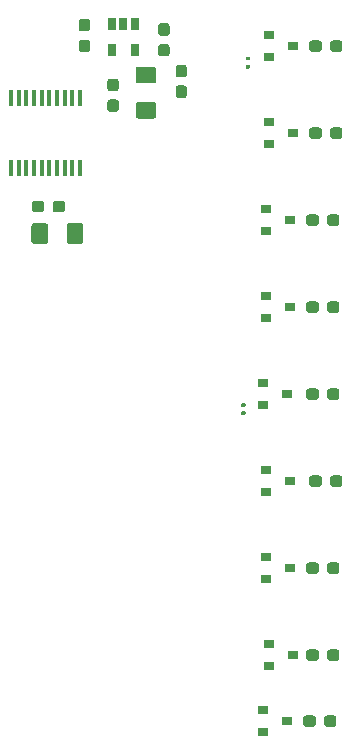
<source format=gbr>
G04 #@! TF.GenerationSoftware,KiCad,Pcbnew,(5.1.5-0-10_14)*
G04 #@! TF.CreationDate,2020-02-27T20:03:29-05:00*
G04 #@! TF.ProjectId,led_level_pcb,6c65645f-6c65-4766-956c-5f7063622e6b,rev?*
G04 #@! TF.SameCoordinates,Original*
G04 #@! TF.FileFunction,Paste,Top*
G04 #@! TF.FilePolarity,Positive*
%FSLAX46Y46*%
G04 Gerber Fmt 4.6, Leading zero omitted, Abs format (unit mm)*
G04 Created by KiCad (PCBNEW (5.1.5-0-10_14)) date 2020-02-27 20:03:29*
%MOMM*%
%LPD*%
G04 APERTURE LIST*
%ADD10C,0.100000*%
%ADD11R,0.650000X1.060000*%
%ADD12R,0.900000X0.800000*%
%ADD13R,0.450000X1.450000*%
G04 APERTURE END LIST*
D10*
G36*
X205175279Y-30005644D02*
G01*
X205198334Y-30009063D01*
X205220943Y-30014727D01*
X205242887Y-30022579D01*
X205263957Y-30032544D01*
X205283948Y-30044526D01*
X205302668Y-30058410D01*
X205319938Y-30074062D01*
X205335590Y-30091332D01*
X205349474Y-30110052D01*
X205361456Y-30130043D01*
X205371421Y-30151113D01*
X205379273Y-30173057D01*
X205384937Y-30195666D01*
X205388356Y-30218721D01*
X205389500Y-30242000D01*
X205389500Y-30817000D01*
X205388356Y-30840279D01*
X205384937Y-30863334D01*
X205379273Y-30885943D01*
X205371421Y-30907887D01*
X205361456Y-30928957D01*
X205349474Y-30948948D01*
X205335590Y-30967668D01*
X205319938Y-30984938D01*
X205302668Y-31000590D01*
X205283948Y-31014474D01*
X205263957Y-31026456D01*
X205242887Y-31036421D01*
X205220943Y-31044273D01*
X205198334Y-31049937D01*
X205175279Y-31053356D01*
X205152000Y-31054500D01*
X204677000Y-31054500D01*
X204653721Y-31053356D01*
X204630666Y-31049937D01*
X204608057Y-31044273D01*
X204586113Y-31036421D01*
X204565043Y-31026456D01*
X204545052Y-31014474D01*
X204526332Y-31000590D01*
X204509062Y-30984938D01*
X204493410Y-30967668D01*
X204479526Y-30948948D01*
X204467544Y-30928957D01*
X204457579Y-30907887D01*
X204449727Y-30885943D01*
X204444063Y-30863334D01*
X204440644Y-30840279D01*
X204439500Y-30817000D01*
X204439500Y-30242000D01*
X204440644Y-30218721D01*
X204444063Y-30195666D01*
X204449727Y-30173057D01*
X204457579Y-30151113D01*
X204467544Y-30130043D01*
X204479526Y-30110052D01*
X204493410Y-30091332D01*
X204509062Y-30074062D01*
X204526332Y-30058410D01*
X204545052Y-30044526D01*
X204565043Y-30032544D01*
X204586113Y-30022579D01*
X204608057Y-30014727D01*
X204630666Y-30009063D01*
X204653721Y-30005644D01*
X204677000Y-30004500D01*
X205152000Y-30004500D01*
X205175279Y-30005644D01*
G37*
G36*
X205175279Y-28255644D02*
G01*
X205198334Y-28259063D01*
X205220943Y-28264727D01*
X205242887Y-28272579D01*
X205263957Y-28282544D01*
X205283948Y-28294526D01*
X205302668Y-28308410D01*
X205319938Y-28324062D01*
X205335590Y-28341332D01*
X205349474Y-28360052D01*
X205361456Y-28380043D01*
X205371421Y-28401113D01*
X205379273Y-28423057D01*
X205384937Y-28445666D01*
X205388356Y-28468721D01*
X205389500Y-28492000D01*
X205389500Y-29067000D01*
X205388356Y-29090279D01*
X205384937Y-29113334D01*
X205379273Y-29135943D01*
X205371421Y-29157887D01*
X205361456Y-29178957D01*
X205349474Y-29198948D01*
X205335590Y-29217668D01*
X205319938Y-29234938D01*
X205302668Y-29250590D01*
X205283948Y-29264474D01*
X205263957Y-29276456D01*
X205242887Y-29286421D01*
X205220943Y-29294273D01*
X205198334Y-29299937D01*
X205175279Y-29303356D01*
X205152000Y-29304500D01*
X204677000Y-29304500D01*
X204653721Y-29303356D01*
X204630666Y-29299937D01*
X204608057Y-29294273D01*
X204586113Y-29286421D01*
X204565043Y-29276456D01*
X204545052Y-29264474D01*
X204526332Y-29250590D01*
X204509062Y-29234938D01*
X204493410Y-29217668D01*
X204479526Y-29198948D01*
X204467544Y-29178957D01*
X204457579Y-29157887D01*
X204449727Y-29135943D01*
X204444063Y-29113334D01*
X204440644Y-29090279D01*
X204439500Y-29067000D01*
X204439500Y-28492000D01*
X204440644Y-28468721D01*
X204444063Y-28445666D01*
X204449727Y-28423057D01*
X204457579Y-28401113D01*
X204467544Y-28380043D01*
X204479526Y-28360052D01*
X204493410Y-28341332D01*
X204509062Y-28324062D01*
X204526332Y-28308410D01*
X204545052Y-28294526D01*
X204565043Y-28282544D01*
X204586113Y-28272579D01*
X204608057Y-28264727D01*
X204630666Y-28259063D01*
X204653721Y-28255644D01*
X204677000Y-28254500D01*
X205152000Y-28254500D01*
X205175279Y-28255644D01*
G37*
G36*
X217847779Y-83346144D02*
G01*
X217870834Y-83349563D01*
X217893443Y-83355227D01*
X217915387Y-83363079D01*
X217936457Y-83373044D01*
X217956448Y-83385026D01*
X217975168Y-83398910D01*
X217992438Y-83414562D01*
X218008090Y-83431832D01*
X218021974Y-83450552D01*
X218033956Y-83470543D01*
X218043921Y-83491613D01*
X218051773Y-83513557D01*
X218057437Y-83536166D01*
X218060856Y-83559221D01*
X218062000Y-83582500D01*
X218062000Y-84057500D01*
X218060856Y-84080779D01*
X218057437Y-84103834D01*
X218051773Y-84126443D01*
X218043921Y-84148387D01*
X218033956Y-84169457D01*
X218021974Y-84189448D01*
X218008090Y-84208168D01*
X217992438Y-84225438D01*
X217975168Y-84241090D01*
X217956448Y-84254974D01*
X217936457Y-84266956D01*
X217915387Y-84276921D01*
X217893443Y-84284773D01*
X217870834Y-84290437D01*
X217847779Y-84293856D01*
X217824500Y-84295000D01*
X217249500Y-84295000D01*
X217226221Y-84293856D01*
X217203166Y-84290437D01*
X217180557Y-84284773D01*
X217158613Y-84276921D01*
X217137543Y-84266956D01*
X217117552Y-84254974D01*
X217098832Y-84241090D01*
X217081562Y-84225438D01*
X217065910Y-84208168D01*
X217052026Y-84189448D01*
X217040044Y-84169457D01*
X217030079Y-84148387D01*
X217022227Y-84126443D01*
X217016563Y-84103834D01*
X217013144Y-84080779D01*
X217012000Y-84057500D01*
X217012000Y-83582500D01*
X217013144Y-83559221D01*
X217016563Y-83536166D01*
X217022227Y-83513557D01*
X217030079Y-83491613D01*
X217040044Y-83470543D01*
X217052026Y-83450552D01*
X217065910Y-83431832D01*
X217081562Y-83414562D01*
X217098832Y-83398910D01*
X217117552Y-83385026D01*
X217137543Y-83373044D01*
X217158613Y-83363079D01*
X217180557Y-83355227D01*
X217203166Y-83349563D01*
X217226221Y-83346144D01*
X217249500Y-83345000D01*
X217824500Y-83345000D01*
X217847779Y-83346144D01*
G37*
G36*
X216097779Y-83346144D02*
G01*
X216120834Y-83349563D01*
X216143443Y-83355227D01*
X216165387Y-83363079D01*
X216186457Y-83373044D01*
X216206448Y-83385026D01*
X216225168Y-83398910D01*
X216242438Y-83414562D01*
X216258090Y-83431832D01*
X216271974Y-83450552D01*
X216283956Y-83470543D01*
X216293921Y-83491613D01*
X216301773Y-83513557D01*
X216307437Y-83536166D01*
X216310856Y-83559221D01*
X216312000Y-83582500D01*
X216312000Y-84057500D01*
X216310856Y-84080779D01*
X216307437Y-84103834D01*
X216301773Y-84126443D01*
X216293921Y-84148387D01*
X216283956Y-84169457D01*
X216271974Y-84189448D01*
X216258090Y-84208168D01*
X216242438Y-84225438D01*
X216225168Y-84241090D01*
X216206448Y-84254974D01*
X216186457Y-84266956D01*
X216165387Y-84276921D01*
X216143443Y-84284773D01*
X216120834Y-84290437D01*
X216097779Y-84293856D01*
X216074500Y-84295000D01*
X215499500Y-84295000D01*
X215476221Y-84293856D01*
X215453166Y-84290437D01*
X215430557Y-84284773D01*
X215408613Y-84276921D01*
X215387543Y-84266956D01*
X215367552Y-84254974D01*
X215348832Y-84241090D01*
X215331562Y-84225438D01*
X215315910Y-84208168D01*
X215302026Y-84189448D01*
X215290044Y-84169457D01*
X215280079Y-84148387D01*
X215272227Y-84126443D01*
X215266563Y-84103834D01*
X215263144Y-84080779D01*
X215262000Y-84057500D01*
X215262000Y-83582500D01*
X215263144Y-83559221D01*
X215266563Y-83536166D01*
X215272227Y-83513557D01*
X215280079Y-83491613D01*
X215290044Y-83470543D01*
X215302026Y-83450552D01*
X215315910Y-83431832D01*
X215331562Y-83414562D01*
X215348832Y-83398910D01*
X215367552Y-83385026D01*
X215387543Y-83373044D01*
X215408613Y-83363079D01*
X215430557Y-83355227D01*
X215453166Y-83349563D01*
X215476221Y-83346144D01*
X215499500Y-83345000D01*
X216074500Y-83345000D01*
X216097779Y-83346144D01*
G37*
G36*
X218101779Y-77758144D02*
G01*
X218124834Y-77761563D01*
X218147443Y-77767227D01*
X218169387Y-77775079D01*
X218190457Y-77785044D01*
X218210448Y-77797026D01*
X218229168Y-77810910D01*
X218246438Y-77826562D01*
X218262090Y-77843832D01*
X218275974Y-77862552D01*
X218287956Y-77882543D01*
X218297921Y-77903613D01*
X218305773Y-77925557D01*
X218311437Y-77948166D01*
X218314856Y-77971221D01*
X218316000Y-77994500D01*
X218316000Y-78469500D01*
X218314856Y-78492779D01*
X218311437Y-78515834D01*
X218305773Y-78538443D01*
X218297921Y-78560387D01*
X218287956Y-78581457D01*
X218275974Y-78601448D01*
X218262090Y-78620168D01*
X218246438Y-78637438D01*
X218229168Y-78653090D01*
X218210448Y-78666974D01*
X218190457Y-78678956D01*
X218169387Y-78688921D01*
X218147443Y-78696773D01*
X218124834Y-78702437D01*
X218101779Y-78705856D01*
X218078500Y-78707000D01*
X217503500Y-78707000D01*
X217480221Y-78705856D01*
X217457166Y-78702437D01*
X217434557Y-78696773D01*
X217412613Y-78688921D01*
X217391543Y-78678956D01*
X217371552Y-78666974D01*
X217352832Y-78653090D01*
X217335562Y-78637438D01*
X217319910Y-78620168D01*
X217306026Y-78601448D01*
X217294044Y-78581457D01*
X217284079Y-78560387D01*
X217276227Y-78538443D01*
X217270563Y-78515834D01*
X217267144Y-78492779D01*
X217266000Y-78469500D01*
X217266000Y-77994500D01*
X217267144Y-77971221D01*
X217270563Y-77948166D01*
X217276227Y-77925557D01*
X217284079Y-77903613D01*
X217294044Y-77882543D01*
X217306026Y-77862552D01*
X217319910Y-77843832D01*
X217335562Y-77826562D01*
X217352832Y-77810910D01*
X217371552Y-77797026D01*
X217391543Y-77785044D01*
X217412613Y-77775079D01*
X217434557Y-77767227D01*
X217457166Y-77761563D01*
X217480221Y-77758144D01*
X217503500Y-77757000D01*
X218078500Y-77757000D01*
X218101779Y-77758144D01*
G37*
G36*
X216351779Y-77758144D02*
G01*
X216374834Y-77761563D01*
X216397443Y-77767227D01*
X216419387Y-77775079D01*
X216440457Y-77785044D01*
X216460448Y-77797026D01*
X216479168Y-77810910D01*
X216496438Y-77826562D01*
X216512090Y-77843832D01*
X216525974Y-77862552D01*
X216537956Y-77882543D01*
X216547921Y-77903613D01*
X216555773Y-77925557D01*
X216561437Y-77948166D01*
X216564856Y-77971221D01*
X216566000Y-77994500D01*
X216566000Y-78469500D01*
X216564856Y-78492779D01*
X216561437Y-78515834D01*
X216555773Y-78538443D01*
X216547921Y-78560387D01*
X216537956Y-78581457D01*
X216525974Y-78601448D01*
X216512090Y-78620168D01*
X216496438Y-78637438D01*
X216479168Y-78653090D01*
X216460448Y-78666974D01*
X216440457Y-78678956D01*
X216419387Y-78688921D01*
X216397443Y-78696773D01*
X216374834Y-78702437D01*
X216351779Y-78705856D01*
X216328500Y-78707000D01*
X215753500Y-78707000D01*
X215730221Y-78705856D01*
X215707166Y-78702437D01*
X215684557Y-78696773D01*
X215662613Y-78688921D01*
X215641543Y-78678956D01*
X215621552Y-78666974D01*
X215602832Y-78653090D01*
X215585562Y-78637438D01*
X215569910Y-78620168D01*
X215556026Y-78601448D01*
X215544044Y-78581457D01*
X215534079Y-78560387D01*
X215526227Y-78538443D01*
X215520563Y-78515834D01*
X215517144Y-78492779D01*
X215516000Y-78469500D01*
X215516000Y-77994500D01*
X215517144Y-77971221D01*
X215520563Y-77948166D01*
X215526227Y-77925557D01*
X215534079Y-77903613D01*
X215544044Y-77882543D01*
X215556026Y-77862552D01*
X215569910Y-77843832D01*
X215585562Y-77826562D01*
X215602832Y-77810910D01*
X215621552Y-77797026D01*
X215641543Y-77785044D01*
X215662613Y-77775079D01*
X215684557Y-77767227D01*
X215707166Y-77761563D01*
X215730221Y-77758144D01*
X215753500Y-77757000D01*
X216328500Y-77757000D01*
X216351779Y-77758144D01*
G37*
G36*
X218101779Y-70392144D02*
G01*
X218124834Y-70395563D01*
X218147443Y-70401227D01*
X218169387Y-70409079D01*
X218190457Y-70419044D01*
X218210448Y-70431026D01*
X218229168Y-70444910D01*
X218246438Y-70460562D01*
X218262090Y-70477832D01*
X218275974Y-70496552D01*
X218287956Y-70516543D01*
X218297921Y-70537613D01*
X218305773Y-70559557D01*
X218311437Y-70582166D01*
X218314856Y-70605221D01*
X218316000Y-70628500D01*
X218316000Y-71103500D01*
X218314856Y-71126779D01*
X218311437Y-71149834D01*
X218305773Y-71172443D01*
X218297921Y-71194387D01*
X218287956Y-71215457D01*
X218275974Y-71235448D01*
X218262090Y-71254168D01*
X218246438Y-71271438D01*
X218229168Y-71287090D01*
X218210448Y-71300974D01*
X218190457Y-71312956D01*
X218169387Y-71322921D01*
X218147443Y-71330773D01*
X218124834Y-71336437D01*
X218101779Y-71339856D01*
X218078500Y-71341000D01*
X217503500Y-71341000D01*
X217480221Y-71339856D01*
X217457166Y-71336437D01*
X217434557Y-71330773D01*
X217412613Y-71322921D01*
X217391543Y-71312956D01*
X217371552Y-71300974D01*
X217352832Y-71287090D01*
X217335562Y-71271438D01*
X217319910Y-71254168D01*
X217306026Y-71235448D01*
X217294044Y-71215457D01*
X217284079Y-71194387D01*
X217276227Y-71172443D01*
X217270563Y-71149834D01*
X217267144Y-71126779D01*
X217266000Y-71103500D01*
X217266000Y-70628500D01*
X217267144Y-70605221D01*
X217270563Y-70582166D01*
X217276227Y-70559557D01*
X217284079Y-70537613D01*
X217294044Y-70516543D01*
X217306026Y-70496552D01*
X217319910Y-70477832D01*
X217335562Y-70460562D01*
X217352832Y-70444910D01*
X217371552Y-70431026D01*
X217391543Y-70419044D01*
X217412613Y-70409079D01*
X217434557Y-70401227D01*
X217457166Y-70395563D01*
X217480221Y-70392144D01*
X217503500Y-70391000D01*
X218078500Y-70391000D01*
X218101779Y-70392144D01*
G37*
G36*
X216351779Y-70392144D02*
G01*
X216374834Y-70395563D01*
X216397443Y-70401227D01*
X216419387Y-70409079D01*
X216440457Y-70419044D01*
X216460448Y-70431026D01*
X216479168Y-70444910D01*
X216496438Y-70460562D01*
X216512090Y-70477832D01*
X216525974Y-70496552D01*
X216537956Y-70516543D01*
X216547921Y-70537613D01*
X216555773Y-70559557D01*
X216561437Y-70582166D01*
X216564856Y-70605221D01*
X216566000Y-70628500D01*
X216566000Y-71103500D01*
X216564856Y-71126779D01*
X216561437Y-71149834D01*
X216555773Y-71172443D01*
X216547921Y-71194387D01*
X216537956Y-71215457D01*
X216525974Y-71235448D01*
X216512090Y-71254168D01*
X216496438Y-71271438D01*
X216479168Y-71287090D01*
X216460448Y-71300974D01*
X216440457Y-71312956D01*
X216419387Y-71322921D01*
X216397443Y-71330773D01*
X216374834Y-71336437D01*
X216351779Y-71339856D01*
X216328500Y-71341000D01*
X215753500Y-71341000D01*
X215730221Y-71339856D01*
X215707166Y-71336437D01*
X215684557Y-71330773D01*
X215662613Y-71322921D01*
X215641543Y-71312956D01*
X215621552Y-71300974D01*
X215602832Y-71287090D01*
X215585562Y-71271438D01*
X215569910Y-71254168D01*
X215556026Y-71235448D01*
X215544044Y-71215457D01*
X215534079Y-71194387D01*
X215526227Y-71172443D01*
X215520563Y-71149834D01*
X215517144Y-71126779D01*
X215516000Y-71103500D01*
X215516000Y-70628500D01*
X215517144Y-70605221D01*
X215520563Y-70582166D01*
X215526227Y-70559557D01*
X215534079Y-70537613D01*
X215544044Y-70516543D01*
X215556026Y-70496552D01*
X215569910Y-70477832D01*
X215585562Y-70460562D01*
X215602832Y-70444910D01*
X215621552Y-70431026D01*
X215641543Y-70419044D01*
X215662613Y-70409079D01*
X215684557Y-70401227D01*
X215707166Y-70395563D01*
X215730221Y-70392144D01*
X215753500Y-70391000D01*
X216328500Y-70391000D01*
X216351779Y-70392144D01*
G37*
G36*
X218355779Y-63026144D02*
G01*
X218378834Y-63029563D01*
X218401443Y-63035227D01*
X218423387Y-63043079D01*
X218444457Y-63053044D01*
X218464448Y-63065026D01*
X218483168Y-63078910D01*
X218500438Y-63094562D01*
X218516090Y-63111832D01*
X218529974Y-63130552D01*
X218541956Y-63150543D01*
X218551921Y-63171613D01*
X218559773Y-63193557D01*
X218565437Y-63216166D01*
X218568856Y-63239221D01*
X218570000Y-63262500D01*
X218570000Y-63737500D01*
X218568856Y-63760779D01*
X218565437Y-63783834D01*
X218559773Y-63806443D01*
X218551921Y-63828387D01*
X218541956Y-63849457D01*
X218529974Y-63869448D01*
X218516090Y-63888168D01*
X218500438Y-63905438D01*
X218483168Y-63921090D01*
X218464448Y-63934974D01*
X218444457Y-63946956D01*
X218423387Y-63956921D01*
X218401443Y-63964773D01*
X218378834Y-63970437D01*
X218355779Y-63973856D01*
X218332500Y-63975000D01*
X217757500Y-63975000D01*
X217734221Y-63973856D01*
X217711166Y-63970437D01*
X217688557Y-63964773D01*
X217666613Y-63956921D01*
X217645543Y-63946956D01*
X217625552Y-63934974D01*
X217606832Y-63921090D01*
X217589562Y-63905438D01*
X217573910Y-63888168D01*
X217560026Y-63869448D01*
X217548044Y-63849457D01*
X217538079Y-63828387D01*
X217530227Y-63806443D01*
X217524563Y-63783834D01*
X217521144Y-63760779D01*
X217520000Y-63737500D01*
X217520000Y-63262500D01*
X217521144Y-63239221D01*
X217524563Y-63216166D01*
X217530227Y-63193557D01*
X217538079Y-63171613D01*
X217548044Y-63150543D01*
X217560026Y-63130552D01*
X217573910Y-63111832D01*
X217589562Y-63094562D01*
X217606832Y-63078910D01*
X217625552Y-63065026D01*
X217645543Y-63053044D01*
X217666613Y-63043079D01*
X217688557Y-63035227D01*
X217711166Y-63029563D01*
X217734221Y-63026144D01*
X217757500Y-63025000D01*
X218332500Y-63025000D01*
X218355779Y-63026144D01*
G37*
G36*
X216605779Y-63026144D02*
G01*
X216628834Y-63029563D01*
X216651443Y-63035227D01*
X216673387Y-63043079D01*
X216694457Y-63053044D01*
X216714448Y-63065026D01*
X216733168Y-63078910D01*
X216750438Y-63094562D01*
X216766090Y-63111832D01*
X216779974Y-63130552D01*
X216791956Y-63150543D01*
X216801921Y-63171613D01*
X216809773Y-63193557D01*
X216815437Y-63216166D01*
X216818856Y-63239221D01*
X216820000Y-63262500D01*
X216820000Y-63737500D01*
X216818856Y-63760779D01*
X216815437Y-63783834D01*
X216809773Y-63806443D01*
X216801921Y-63828387D01*
X216791956Y-63849457D01*
X216779974Y-63869448D01*
X216766090Y-63888168D01*
X216750438Y-63905438D01*
X216733168Y-63921090D01*
X216714448Y-63934974D01*
X216694457Y-63946956D01*
X216673387Y-63956921D01*
X216651443Y-63964773D01*
X216628834Y-63970437D01*
X216605779Y-63973856D01*
X216582500Y-63975000D01*
X216007500Y-63975000D01*
X215984221Y-63973856D01*
X215961166Y-63970437D01*
X215938557Y-63964773D01*
X215916613Y-63956921D01*
X215895543Y-63946956D01*
X215875552Y-63934974D01*
X215856832Y-63921090D01*
X215839562Y-63905438D01*
X215823910Y-63888168D01*
X215810026Y-63869448D01*
X215798044Y-63849457D01*
X215788079Y-63828387D01*
X215780227Y-63806443D01*
X215774563Y-63783834D01*
X215771144Y-63760779D01*
X215770000Y-63737500D01*
X215770000Y-63262500D01*
X215771144Y-63239221D01*
X215774563Y-63216166D01*
X215780227Y-63193557D01*
X215788079Y-63171613D01*
X215798044Y-63150543D01*
X215810026Y-63130552D01*
X215823910Y-63111832D01*
X215839562Y-63094562D01*
X215856832Y-63078910D01*
X215875552Y-63065026D01*
X215895543Y-63053044D01*
X215916613Y-63043079D01*
X215938557Y-63035227D01*
X215961166Y-63029563D01*
X215984221Y-63026144D01*
X216007500Y-63025000D01*
X216582500Y-63025000D01*
X216605779Y-63026144D01*
G37*
G36*
X218101779Y-55660144D02*
G01*
X218124834Y-55663563D01*
X218147443Y-55669227D01*
X218169387Y-55677079D01*
X218190457Y-55687044D01*
X218210448Y-55699026D01*
X218229168Y-55712910D01*
X218246438Y-55728562D01*
X218262090Y-55745832D01*
X218275974Y-55764552D01*
X218287956Y-55784543D01*
X218297921Y-55805613D01*
X218305773Y-55827557D01*
X218311437Y-55850166D01*
X218314856Y-55873221D01*
X218316000Y-55896500D01*
X218316000Y-56371500D01*
X218314856Y-56394779D01*
X218311437Y-56417834D01*
X218305773Y-56440443D01*
X218297921Y-56462387D01*
X218287956Y-56483457D01*
X218275974Y-56503448D01*
X218262090Y-56522168D01*
X218246438Y-56539438D01*
X218229168Y-56555090D01*
X218210448Y-56568974D01*
X218190457Y-56580956D01*
X218169387Y-56590921D01*
X218147443Y-56598773D01*
X218124834Y-56604437D01*
X218101779Y-56607856D01*
X218078500Y-56609000D01*
X217503500Y-56609000D01*
X217480221Y-56607856D01*
X217457166Y-56604437D01*
X217434557Y-56598773D01*
X217412613Y-56590921D01*
X217391543Y-56580956D01*
X217371552Y-56568974D01*
X217352832Y-56555090D01*
X217335562Y-56539438D01*
X217319910Y-56522168D01*
X217306026Y-56503448D01*
X217294044Y-56483457D01*
X217284079Y-56462387D01*
X217276227Y-56440443D01*
X217270563Y-56417834D01*
X217267144Y-56394779D01*
X217266000Y-56371500D01*
X217266000Y-55896500D01*
X217267144Y-55873221D01*
X217270563Y-55850166D01*
X217276227Y-55827557D01*
X217284079Y-55805613D01*
X217294044Y-55784543D01*
X217306026Y-55764552D01*
X217319910Y-55745832D01*
X217335562Y-55728562D01*
X217352832Y-55712910D01*
X217371552Y-55699026D01*
X217391543Y-55687044D01*
X217412613Y-55677079D01*
X217434557Y-55669227D01*
X217457166Y-55663563D01*
X217480221Y-55660144D01*
X217503500Y-55659000D01*
X218078500Y-55659000D01*
X218101779Y-55660144D01*
G37*
G36*
X216351779Y-55660144D02*
G01*
X216374834Y-55663563D01*
X216397443Y-55669227D01*
X216419387Y-55677079D01*
X216440457Y-55687044D01*
X216460448Y-55699026D01*
X216479168Y-55712910D01*
X216496438Y-55728562D01*
X216512090Y-55745832D01*
X216525974Y-55764552D01*
X216537956Y-55784543D01*
X216547921Y-55805613D01*
X216555773Y-55827557D01*
X216561437Y-55850166D01*
X216564856Y-55873221D01*
X216566000Y-55896500D01*
X216566000Y-56371500D01*
X216564856Y-56394779D01*
X216561437Y-56417834D01*
X216555773Y-56440443D01*
X216547921Y-56462387D01*
X216537956Y-56483457D01*
X216525974Y-56503448D01*
X216512090Y-56522168D01*
X216496438Y-56539438D01*
X216479168Y-56555090D01*
X216460448Y-56568974D01*
X216440457Y-56580956D01*
X216419387Y-56590921D01*
X216397443Y-56598773D01*
X216374834Y-56604437D01*
X216351779Y-56607856D01*
X216328500Y-56609000D01*
X215753500Y-56609000D01*
X215730221Y-56607856D01*
X215707166Y-56604437D01*
X215684557Y-56598773D01*
X215662613Y-56590921D01*
X215641543Y-56580956D01*
X215621552Y-56568974D01*
X215602832Y-56555090D01*
X215585562Y-56539438D01*
X215569910Y-56522168D01*
X215556026Y-56503448D01*
X215544044Y-56483457D01*
X215534079Y-56462387D01*
X215526227Y-56440443D01*
X215520563Y-56417834D01*
X215517144Y-56394779D01*
X215516000Y-56371500D01*
X215516000Y-55896500D01*
X215517144Y-55873221D01*
X215520563Y-55850166D01*
X215526227Y-55827557D01*
X215534079Y-55805613D01*
X215544044Y-55784543D01*
X215556026Y-55764552D01*
X215569910Y-55745832D01*
X215585562Y-55728562D01*
X215602832Y-55712910D01*
X215621552Y-55699026D01*
X215641543Y-55687044D01*
X215662613Y-55677079D01*
X215684557Y-55669227D01*
X215707166Y-55663563D01*
X215730221Y-55660144D01*
X215753500Y-55659000D01*
X216328500Y-55659000D01*
X216351779Y-55660144D01*
G37*
G36*
X218101779Y-48294144D02*
G01*
X218124834Y-48297563D01*
X218147443Y-48303227D01*
X218169387Y-48311079D01*
X218190457Y-48321044D01*
X218210448Y-48333026D01*
X218229168Y-48346910D01*
X218246438Y-48362562D01*
X218262090Y-48379832D01*
X218275974Y-48398552D01*
X218287956Y-48418543D01*
X218297921Y-48439613D01*
X218305773Y-48461557D01*
X218311437Y-48484166D01*
X218314856Y-48507221D01*
X218316000Y-48530500D01*
X218316000Y-49005500D01*
X218314856Y-49028779D01*
X218311437Y-49051834D01*
X218305773Y-49074443D01*
X218297921Y-49096387D01*
X218287956Y-49117457D01*
X218275974Y-49137448D01*
X218262090Y-49156168D01*
X218246438Y-49173438D01*
X218229168Y-49189090D01*
X218210448Y-49202974D01*
X218190457Y-49214956D01*
X218169387Y-49224921D01*
X218147443Y-49232773D01*
X218124834Y-49238437D01*
X218101779Y-49241856D01*
X218078500Y-49243000D01*
X217503500Y-49243000D01*
X217480221Y-49241856D01*
X217457166Y-49238437D01*
X217434557Y-49232773D01*
X217412613Y-49224921D01*
X217391543Y-49214956D01*
X217371552Y-49202974D01*
X217352832Y-49189090D01*
X217335562Y-49173438D01*
X217319910Y-49156168D01*
X217306026Y-49137448D01*
X217294044Y-49117457D01*
X217284079Y-49096387D01*
X217276227Y-49074443D01*
X217270563Y-49051834D01*
X217267144Y-49028779D01*
X217266000Y-49005500D01*
X217266000Y-48530500D01*
X217267144Y-48507221D01*
X217270563Y-48484166D01*
X217276227Y-48461557D01*
X217284079Y-48439613D01*
X217294044Y-48418543D01*
X217306026Y-48398552D01*
X217319910Y-48379832D01*
X217335562Y-48362562D01*
X217352832Y-48346910D01*
X217371552Y-48333026D01*
X217391543Y-48321044D01*
X217412613Y-48311079D01*
X217434557Y-48303227D01*
X217457166Y-48297563D01*
X217480221Y-48294144D01*
X217503500Y-48293000D01*
X218078500Y-48293000D01*
X218101779Y-48294144D01*
G37*
G36*
X216351779Y-48294144D02*
G01*
X216374834Y-48297563D01*
X216397443Y-48303227D01*
X216419387Y-48311079D01*
X216440457Y-48321044D01*
X216460448Y-48333026D01*
X216479168Y-48346910D01*
X216496438Y-48362562D01*
X216512090Y-48379832D01*
X216525974Y-48398552D01*
X216537956Y-48418543D01*
X216547921Y-48439613D01*
X216555773Y-48461557D01*
X216561437Y-48484166D01*
X216564856Y-48507221D01*
X216566000Y-48530500D01*
X216566000Y-49005500D01*
X216564856Y-49028779D01*
X216561437Y-49051834D01*
X216555773Y-49074443D01*
X216547921Y-49096387D01*
X216537956Y-49117457D01*
X216525974Y-49137448D01*
X216512090Y-49156168D01*
X216496438Y-49173438D01*
X216479168Y-49189090D01*
X216460448Y-49202974D01*
X216440457Y-49214956D01*
X216419387Y-49224921D01*
X216397443Y-49232773D01*
X216374834Y-49238437D01*
X216351779Y-49241856D01*
X216328500Y-49243000D01*
X215753500Y-49243000D01*
X215730221Y-49241856D01*
X215707166Y-49238437D01*
X215684557Y-49232773D01*
X215662613Y-49224921D01*
X215641543Y-49214956D01*
X215621552Y-49202974D01*
X215602832Y-49189090D01*
X215585562Y-49173438D01*
X215569910Y-49156168D01*
X215556026Y-49137448D01*
X215544044Y-49117457D01*
X215534079Y-49096387D01*
X215526227Y-49074443D01*
X215520563Y-49051834D01*
X215517144Y-49028779D01*
X215516000Y-49005500D01*
X215516000Y-48530500D01*
X215517144Y-48507221D01*
X215520563Y-48484166D01*
X215526227Y-48461557D01*
X215534079Y-48439613D01*
X215544044Y-48418543D01*
X215556026Y-48398552D01*
X215569910Y-48379832D01*
X215585562Y-48362562D01*
X215602832Y-48346910D01*
X215621552Y-48333026D01*
X215641543Y-48321044D01*
X215662613Y-48311079D01*
X215684557Y-48303227D01*
X215707166Y-48297563D01*
X215730221Y-48294144D01*
X215753500Y-48293000D01*
X216328500Y-48293000D01*
X216351779Y-48294144D01*
G37*
G36*
X218101779Y-40928144D02*
G01*
X218124834Y-40931563D01*
X218147443Y-40937227D01*
X218169387Y-40945079D01*
X218190457Y-40955044D01*
X218210448Y-40967026D01*
X218229168Y-40980910D01*
X218246438Y-40996562D01*
X218262090Y-41013832D01*
X218275974Y-41032552D01*
X218287956Y-41052543D01*
X218297921Y-41073613D01*
X218305773Y-41095557D01*
X218311437Y-41118166D01*
X218314856Y-41141221D01*
X218316000Y-41164500D01*
X218316000Y-41639500D01*
X218314856Y-41662779D01*
X218311437Y-41685834D01*
X218305773Y-41708443D01*
X218297921Y-41730387D01*
X218287956Y-41751457D01*
X218275974Y-41771448D01*
X218262090Y-41790168D01*
X218246438Y-41807438D01*
X218229168Y-41823090D01*
X218210448Y-41836974D01*
X218190457Y-41848956D01*
X218169387Y-41858921D01*
X218147443Y-41866773D01*
X218124834Y-41872437D01*
X218101779Y-41875856D01*
X218078500Y-41877000D01*
X217503500Y-41877000D01*
X217480221Y-41875856D01*
X217457166Y-41872437D01*
X217434557Y-41866773D01*
X217412613Y-41858921D01*
X217391543Y-41848956D01*
X217371552Y-41836974D01*
X217352832Y-41823090D01*
X217335562Y-41807438D01*
X217319910Y-41790168D01*
X217306026Y-41771448D01*
X217294044Y-41751457D01*
X217284079Y-41730387D01*
X217276227Y-41708443D01*
X217270563Y-41685834D01*
X217267144Y-41662779D01*
X217266000Y-41639500D01*
X217266000Y-41164500D01*
X217267144Y-41141221D01*
X217270563Y-41118166D01*
X217276227Y-41095557D01*
X217284079Y-41073613D01*
X217294044Y-41052543D01*
X217306026Y-41032552D01*
X217319910Y-41013832D01*
X217335562Y-40996562D01*
X217352832Y-40980910D01*
X217371552Y-40967026D01*
X217391543Y-40955044D01*
X217412613Y-40945079D01*
X217434557Y-40937227D01*
X217457166Y-40931563D01*
X217480221Y-40928144D01*
X217503500Y-40927000D01*
X218078500Y-40927000D01*
X218101779Y-40928144D01*
G37*
G36*
X216351779Y-40928144D02*
G01*
X216374834Y-40931563D01*
X216397443Y-40937227D01*
X216419387Y-40945079D01*
X216440457Y-40955044D01*
X216460448Y-40967026D01*
X216479168Y-40980910D01*
X216496438Y-40996562D01*
X216512090Y-41013832D01*
X216525974Y-41032552D01*
X216537956Y-41052543D01*
X216547921Y-41073613D01*
X216555773Y-41095557D01*
X216561437Y-41118166D01*
X216564856Y-41141221D01*
X216566000Y-41164500D01*
X216566000Y-41639500D01*
X216564856Y-41662779D01*
X216561437Y-41685834D01*
X216555773Y-41708443D01*
X216547921Y-41730387D01*
X216537956Y-41751457D01*
X216525974Y-41771448D01*
X216512090Y-41790168D01*
X216496438Y-41807438D01*
X216479168Y-41823090D01*
X216460448Y-41836974D01*
X216440457Y-41848956D01*
X216419387Y-41858921D01*
X216397443Y-41866773D01*
X216374834Y-41872437D01*
X216351779Y-41875856D01*
X216328500Y-41877000D01*
X215753500Y-41877000D01*
X215730221Y-41875856D01*
X215707166Y-41872437D01*
X215684557Y-41866773D01*
X215662613Y-41858921D01*
X215641543Y-41848956D01*
X215621552Y-41836974D01*
X215602832Y-41823090D01*
X215585562Y-41807438D01*
X215569910Y-41790168D01*
X215556026Y-41771448D01*
X215544044Y-41751457D01*
X215534079Y-41730387D01*
X215526227Y-41708443D01*
X215520563Y-41685834D01*
X215517144Y-41662779D01*
X215516000Y-41639500D01*
X215516000Y-41164500D01*
X215517144Y-41141221D01*
X215520563Y-41118166D01*
X215526227Y-41095557D01*
X215534079Y-41073613D01*
X215544044Y-41052543D01*
X215556026Y-41032552D01*
X215569910Y-41013832D01*
X215585562Y-40996562D01*
X215602832Y-40980910D01*
X215621552Y-40967026D01*
X215641543Y-40955044D01*
X215662613Y-40945079D01*
X215684557Y-40937227D01*
X215707166Y-40931563D01*
X215730221Y-40928144D01*
X215753500Y-40927000D01*
X216328500Y-40927000D01*
X216351779Y-40928144D01*
G37*
G36*
X218355779Y-33562144D02*
G01*
X218378834Y-33565563D01*
X218401443Y-33571227D01*
X218423387Y-33579079D01*
X218444457Y-33589044D01*
X218464448Y-33601026D01*
X218483168Y-33614910D01*
X218500438Y-33630562D01*
X218516090Y-33647832D01*
X218529974Y-33666552D01*
X218541956Y-33686543D01*
X218551921Y-33707613D01*
X218559773Y-33729557D01*
X218565437Y-33752166D01*
X218568856Y-33775221D01*
X218570000Y-33798500D01*
X218570000Y-34273500D01*
X218568856Y-34296779D01*
X218565437Y-34319834D01*
X218559773Y-34342443D01*
X218551921Y-34364387D01*
X218541956Y-34385457D01*
X218529974Y-34405448D01*
X218516090Y-34424168D01*
X218500438Y-34441438D01*
X218483168Y-34457090D01*
X218464448Y-34470974D01*
X218444457Y-34482956D01*
X218423387Y-34492921D01*
X218401443Y-34500773D01*
X218378834Y-34506437D01*
X218355779Y-34509856D01*
X218332500Y-34511000D01*
X217757500Y-34511000D01*
X217734221Y-34509856D01*
X217711166Y-34506437D01*
X217688557Y-34500773D01*
X217666613Y-34492921D01*
X217645543Y-34482956D01*
X217625552Y-34470974D01*
X217606832Y-34457090D01*
X217589562Y-34441438D01*
X217573910Y-34424168D01*
X217560026Y-34405448D01*
X217548044Y-34385457D01*
X217538079Y-34364387D01*
X217530227Y-34342443D01*
X217524563Y-34319834D01*
X217521144Y-34296779D01*
X217520000Y-34273500D01*
X217520000Y-33798500D01*
X217521144Y-33775221D01*
X217524563Y-33752166D01*
X217530227Y-33729557D01*
X217538079Y-33707613D01*
X217548044Y-33686543D01*
X217560026Y-33666552D01*
X217573910Y-33647832D01*
X217589562Y-33630562D01*
X217606832Y-33614910D01*
X217625552Y-33601026D01*
X217645543Y-33589044D01*
X217666613Y-33579079D01*
X217688557Y-33571227D01*
X217711166Y-33565563D01*
X217734221Y-33562144D01*
X217757500Y-33561000D01*
X218332500Y-33561000D01*
X218355779Y-33562144D01*
G37*
G36*
X216605779Y-33562144D02*
G01*
X216628834Y-33565563D01*
X216651443Y-33571227D01*
X216673387Y-33579079D01*
X216694457Y-33589044D01*
X216714448Y-33601026D01*
X216733168Y-33614910D01*
X216750438Y-33630562D01*
X216766090Y-33647832D01*
X216779974Y-33666552D01*
X216791956Y-33686543D01*
X216801921Y-33707613D01*
X216809773Y-33729557D01*
X216815437Y-33752166D01*
X216818856Y-33775221D01*
X216820000Y-33798500D01*
X216820000Y-34273500D01*
X216818856Y-34296779D01*
X216815437Y-34319834D01*
X216809773Y-34342443D01*
X216801921Y-34364387D01*
X216791956Y-34385457D01*
X216779974Y-34405448D01*
X216766090Y-34424168D01*
X216750438Y-34441438D01*
X216733168Y-34457090D01*
X216714448Y-34470974D01*
X216694457Y-34482956D01*
X216673387Y-34492921D01*
X216651443Y-34500773D01*
X216628834Y-34506437D01*
X216605779Y-34509856D01*
X216582500Y-34511000D01*
X216007500Y-34511000D01*
X215984221Y-34509856D01*
X215961166Y-34506437D01*
X215938557Y-34500773D01*
X215916613Y-34492921D01*
X215895543Y-34482956D01*
X215875552Y-34470974D01*
X215856832Y-34457090D01*
X215839562Y-34441438D01*
X215823910Y-34424168D01*
X215810026Y-34405448D01*
X215798044Y-34385457D01*
X215788079Y-34364387D01*
X215780227Y-34342443D01*
X215774563Y-34319834D01*
X215771144Y-34296779D01*
X215770000Y-34273500D01*
X215770000Y-33798500D01*
X215771144Y-33775221D01*
X215774563Y-33752166D01*
X215780227Y-33729557D01*
X215788079Y-33707613D01*
X215798044Y-33686543D01*
X215810026Y-33666552D01*
X215823910Y-33647832D01*
X215839562Y-33630562D01*
X215856832Y-33614910D01*
X215875552Y-33601026D01*
X215895543Y-33589044D01*
X215916613Y-33579079D01*
X215938557Y-33571227D01*
X215961166Y-33565563D01*
X215984221Y-33562144D01*
X216007500Y-33561000D01*
X216582500Y-33561000D01*
X216605779Y-33562144D01*
G37*
G36*
X218355779Y-26196144D02*
G01*
X218378834Y-26199563D01*
X218401443Y-26205227D01*
X218423387Y-26213079D01*
X218444457Y-26223044D01*
X218464448Y-26235026D01*
X218483168Y-26248910D01*
X218500438Y-26264562D01*
X218516090Y-26281832D01*
X218529974Y-26300552D01*
X218541956Y-26320543D01*
X218551921Y-26341613D01*
X218559773Y-26363557D01*
X218565437Y-26386166D01*
X218568856Y-26409221D01*
X218570000Y-26432500D01*
X218570000Y-26907500D01*
X218568856Y-26930779D01*
X218565437Y-26953834D01*
X218559773Y-26976443D01*
X218551921Y-26998387D01*
X218541956Y-27019457D01*
X218529974Y-27039448D01*
X218516090Y-27058168D01*
X218500438Y-27075438D01*
X218483168Y-27091090D01*
X218464448Y-27104974D01*
X218444457Y-27116956D01*
X218423387Y-27126921D01*
X218401443Y-27134773D01*
X218378834Y-27140437D01*
X218355779Y-27143856D01*
X218332500Y-27145000D01*
X217757500Y-27145000D01*
X217734221Y-27143856D01*
X217711166Y-27140437D01*
X217688557Y-27134773D01*
X217666613Y-27126921D01*
X217645543Y-27116956D01*
X217625552Y-27104974D01*
X217606832Y-27091090D01*
X217589562Y-27075438D01*
X217573910Y-27058168D01*
X217560026Y-27039448D01*
X217548044Y-27019457D01*
X217538079Y-26998387D01*
X217530227Y-26976443D01*
X217524563Y-26953834D01*
X217521144Y-26930779D01*
X217520000Y-26907500D01*
X217520000Y-26432500D01*
X217521144Y-26409221D01*
X217524563Y-26386166D01*
X217530227Y-26363557D01*
X217538079Y-26341613D01*
X217548044Y-26320543D01*
X217560026Y-26300552D01*
X217573910Y-26281832D01*
X217589562Y-26264562D01*
X217606832Y-26248910D01*
X217625552Y-26235026D01*
X217645543Y-26223044D01*
X217666613Y-26213079D01*
X217688557Y-26205227D01*
X217711166Y-26199563D01*
X217734221Y-26196144D01*
X217757500Y-26195000D01*
X218332500Y-26195000D01*
X218355779Y-26196144D01*
G37*
G36*
X216605779Y-26196144D02*
G01*
X216628834Y-26199563D01*
X216651443Y-26205227D01*
X216673387Y-26213079D01*
X216694457Y-26223044D01*
X216714448Y-26235026D01*
X216733168Y-26248910D01*
X216750438Y-26264562D01*
X216766090Y-26281832D01*
X216779974Y-26300552D01*
X216791956Y-26320543D01*
X216801921Y-26341613D01*
X216809773Y-26363557D01*
X216815437Y-26386166D01*
X216818856Y-26409221D01*
X216820000Y-26432500D01*
X216820000Y-26907500D01*
X216818856Y-26930779D01*
X216815437Y-26953834D01*
X216809773Y-26976443D01*
X216801921Y-26998387D01*
X216791956Y-27019457D01*
X216779974Y-27039448D01*
X216766090Y-27058168D01*
X216750438Y-27075438D01*
X216733168Y-27091090D01*
X216714448Y-27104974D01*
X216694457Y-27116956D01*
X216673387Y-27126921D01*
X216651443Y-27134773D01*
X216628834Y-27140437D01*
X216605779Y-27143856D01*
X216582500Y-27145000D01*
X216007500Y-27145000D01*
X215984221Y-27143856D01*
X215961166Y-27140437D01*
X215938557Y-27134773D01*
X215916613Y-27126921D01*
X215895543Y-27116956D01*
X215875552Y-27104974D01*
X215856832Y-27091090D01*
X215839562Y-27075438D01*
X215823910Y-27058168D01*
X215810026Y-27039448D01*
X215798044Y-27019457D01*
X215788079Y-26998387D01*
X215780227Y-26976443D01*
X215774563Y-26953834D01*
X215771144Y-26930779D01*
X215770000Y-26907500D01*
X215770000Y-26432500D01*
X215771144Y-26409221D01*
X215774563Y-26386166D01*
X215780227Y-26363557D01*
X215788079Y-26341613D01*
X215798044Y-26320543D01*
X215810026Y-26300552D01*
X215823910Y-26281832D01*
X215839562Y-26264562D01*
X215856832Y-26248910D01*
X215875552Y-26235026D01*
X215895543Y-26223044D01*
X215916613Y-26213079D01*
X215938557Y-26205227D01*
X215961166Y-26199563D01*
X215984221Y-26196144D01*
X216007500Y-26195000D01*
X216582500Y-26195000D01*
X216605779Y-26196144D01*
G37*
D11*
X200975000Y-24808000D03*
X200025000Y-24808000D03*
X199075000Y-24808000D03*
X199075000Y-27008000D03*
X200975000Y-27008000D03*
D12*
X214360000Y-26670000D03*
X212360000Y-27620000D03*
X212360000Y-25720000D03*
X212360000Y-33086000D03*
X212360000Y-34986000D03*
X214360000Y-34036000D03*
X212106000Y-40452000D03*
X212106000Y-42352000D03*
X214106000Y-41402000D03*
X214106000Y-48768000D03*
X212106000Y-49718000D03*
X212106000Y-47818000D03*
X211852000Y-55184000D03*
X211852000Y-57084000D03*
X213852000Y-56134000D03*
X214106000Y-63500000D03*
X212106000Y-64450000D03*
X212106000Y-62550000D03*
X212106000Y-69916000D03*
X212106000Y-71816000D03*
X214106000Y-70866000D03*
X214360000Y-78232000D03*
X212360000Y-79182000D03*
X212360000Y-77282000D03*
X211852000Y-82870000D03*
X211852000Y-84770000D03*
X213852000Y-83820000D03*
D13*
X196359998Y-31067042D03*
X195709998Y-31067042D03*
X195059998Y-31067042D03*
X194409998Y-31067042D03*
X193759998Y-31067042D03*
X193109998Y-31067042D03*
X192459998Y-31067042D03*
X191809998Y-31067042D03*
X191159998Y-31067042D03*
X190509998Y-31067042D03*
X190509998Y-36967042D03*
X191159998Y-36967042D03*
X191809998Y-36967042D03*
X192459998Y-36967042D03*
X193109998Y-36967042D03*
X193759998Y-36967042D03*
X194409998Y-36967042D03*
X195059998Y-36967042D03*
X195709998Y-36967042D03*
X196359998Y-36967042D03*
D10*
G36*
X199410777Y-29443186D02*
G01*
X199433832Y-29446605D01*
X199456441Y-29452269D01*
X199478385Y-29460121D01*
X199499455Y-29470086D01*
X199519446Y-29482068D01*
X199538166Y-29495952D01*
X199555436Y-29511604D01*
X199571088Y-29528874D01*
X199584972Y-29547594D01*
X199596954Y-29567585D01*
X199606919Y-29588655D01*
X199614771Y-29610599D01*
X199620435Y-29633208D01*
X199623854Y-29656263D01*
X199624998Y-29679542D01*
X199624998Y-30254542D01*
X199623854Y-30277821D01*
X199620435Y-30300876D01*
X199614771Y-30323485D01*
X199606919Y-30345429D01*
X199596954Y-30366499D01*
X199584972Y-30386490D01*
X199571088Y-30405210D01*
X199555436Y-30422480D01*
X199538166Y-30438132D01*
X199519446Y-30452016D01*
X199499455Y-30463998D01*
X199478385Y-30473963D01*
X199456441Y-30481815D01*
X199433832Y-30487479D01*
X199410777Y-30490898D01*
X199387498Y-30492042D01*
X198912498Y-30492042D01*
X198889219Y-30490898D01*
X198866164Y-30487479D01*
X198843555Y-30481815D01*
X198821611Y-30473963D01*
X198800541Y-30463998D01*
X198780550Y-30452016D01*
X198761830Y-30438132D01*
X198744560Y-30422480D01*
X198728908Y-30405210D01*
X198715024Y-30386490D01*
X198703042Y-30366499D01*
X198693077Y-30345429D01*
X198685225Y-30323485D01*
X198679561Y-30300876D01*
X198676142Y-30277821D01*
X198674998Y-30254542D01*
X198674998Y-29679542D01*
X198676142Y-29656263D01*
X198679561Y-29633208D01*
X198685225Y-29610599D01*
X198693077Y-29588655D01*
X198703042Y-29567585D01*
X198715024Y-29547594D01*
X198728908Y-29528874D01*
X198744560Y-29511604D01*
X198761830Y-29495952D01*
X198780550Y-29482068D01*
X198800541Y-29470086D01*
X198821611Y-29460121D01*
X198843555Y-29452269D01*
X198866164Y-29446605D01*
X198889219Y-29443186D01*
X198912498Y-29442042D01*
X199387498Y-29442042D01*
X199410777Y-29443186D01*
G37*
G36*
X199410777Y-31193186D02*
G01*
X199433832Y-31196605D01*
X199456441Y-31202269D01*
X199478385Y-31210121D01*
X199499455Y-31220086D01*
X199519446Y-31232068D01*
X199538166Y-31245952D01*
X199555436Y-31261604D01*
X199571088Y-31278874D01*
X199584972Y-31297594D01*
X199596954Y-31317585D01*
X199606919Y-31338655D01*
X199614771Y-31360599D01*
X199620435Y-31383208D01*
X199623854Y-31406263D01*
X199624998Y-31429542D01*
X199624998Y-32004542D01*
X199623854Y-32027821D01*
X199620435Y-32050876D01*
X199614771Y-32073485D01*
X199606919Y-32095429D01*
X199596954Y-32116499D01*
X199584972Y-32136490D01*
X199571088Y-32155210D01*
X199555436Y-32172480D01*
X199538166Y-32188132D01*
X199519446Y-32202016D01*
X199499455Y-32213998D01*
X199478385Y-32223963D01*
X199456441Y-32231815D01*
X199433832Y-32237479D01*
X199410777Y-32240898D01*
X199387498Y-32242042D01*
X198912498Y-32242042D01*
X198889219Y-32240898D01*
X198866164Y-32237479D01*
X198843555Y-32231815D01*
X198821611Y-32223963D01*
X198800541Y-32213998D01*
X198780550Y-32202016D01*
X198761830Y-32188132D01*
X198744560Y-32172480D01*
X198728908Y-32155210D01*
X198715024Y-32136490D01*
X198703042Y-32116499D01*
X198693077Y-32095429D01*
X198685225Y-32073485D01*
X198679561Y-32050876D01*
X198676142Y-32027821D01*
X198674998Y-32004542D01*
X198674998Y-31429542D01*
X198676142Y-31406263D01*
X198679561Y-31383208D01*
X198685225Y-31360599D01*
X198693077Y-31338655D01*
X198703042Y-31317585D01*
X198715024Y-31297594D01*
X198728908Y-31278874D01*
X198744560Y-31261604D01*
X198761830Y-31245952D01*
X198780550Y-31232068D01*
X198800541Y-31220086D01*
X198821611Y-31210121D01*
X198843555Y-31202269D01*
X198866164Y-31196605D01*
X198889219Y-31193186D01*
X198912498Y-31192042D01*
X199387498Y-31192042D01*
X199410777Y-31193186D01*
G37*
G36*
X202579504Y-28408204D02*
G01*
X202603773Y-28411804D01*
X202627571Y-28417765D01*
X202650671Y-28426030D01*
X202672849Y-28436520D01*
X202693893Y-28449133D01*
X202713598Y-28463747D01*
X202731777Y-28480223D01*
X202748253Y-28498402D01*
X202762867Y-28518107D01*
X202775480Y-28539151D01*
X202785970Y-28561329D01*
X202794235Y-28584429D01*
X202800196Y-28608227D01*
X202803796Y-28632496D01*
X202805000Y-28657000D01*
X202805000Y-29582000D01*
X202803796Y-29606504D01*
X202800196Y-29630773D01*
X202794235Y-29654571D01*
X202785970Y-29677671D01*
X202775480Y-29699849D01*
X202762867Y-29720893D01*
X202748253Y-29740598D01*
X202731777Y-29758777D01*
X202713598Y-29775253D01*
X202693893Y-29789867D01*
X202672849Y-29802480D01*
X202650671Y-29812970D01*
X202627571Y-29821235D01*
X202603773Y-29827196D01*
X202579504Y-29830796D01*
X202555000Y-29832000D01*
X201305000Y-29832000D01*
X201280496Y-29830796D01*
X201256227Y-29827196D01*
X201232429Y-29821235D01*
X201209329Y-29812970D01*
X201187151Y-29802480D01*
X201166107Y-29789867D01*
X201146402Y-29775253D01*
X201128223Y-29758777D01*
X201111747Y-29740598D01*
X201097133Y-29720893D01*
X201084520Y-29699849D01*
X201074030Y-29677671D01*
X201065765Y-29654571D01*
X201059804Y-29630773D01*
X201056204Y-29606504D01*
X201055000Y-29582000D01*
X201055000Y-28657000D01*
X201056204Y-28632496D01*
X201059804Y-28608227D01*
X201065765Y-28584429D01*
X201074030Y-28561329D01*
X201084520Y-28539151D01*
X201097133Y-28518107D01*
X201111747Y-28498402D01*
X201128223Y-28480223D01*
X201146402Y-28463747D01*
X201166107Y-28449133D01*
X201187151Y-28436520D01*
X201209329Y-28426030D01*
X201232429Y-28417765D01*
X201256227Y-28411804D01*
X201280496Y-28408204D01*
X201305000Y-28407000D01*
X202555000Y-28407000D01*
X202579504Y-28408204D01*
G37*
G36*
X202579504Y-31383204D02*
G01*
X202603773Y-31386804D01*
X202627571Y-31392765D01*
X202650671Y-31401030D01*
X202672849Y-31411520D01*
X202693893Y-31424133D01*
X202713598Y-31438747D01*
X202731777Y-31455223D01*
X202748253Y-31473402D01*
X202762867Y-31493107D01*
X202775480Y-31514151D01*
X202785970Y-31536329D01*
X202794235Y-31559429D01*
X202800196Y-31583227D01*
X202803796Y-31607496D01*
X202805000Y-31632000D01*
X202805000Y-32557000D01*
X202803796Y-32581504D01*
X202800196Y-32605773D01*
X202794235Y-32629571D01*
X202785970Y-32652671D01*
X202775480Y-32674849D01*
X202762867Y-32695893D01*
X202748253Y-32715598D01*
X202731777Y-32733777D01*
X202713598Y-32750253D01*
X202693893Y-32764867D01*
X202672849Y-32777480D01*
X202650671Y-32787970D01*
X202627571Y-32796235D01*
X202603773Y-32802196D01*
X202579504Y-32805796D01*
X202555000Y-32807000D01*
X201305000Y-32807000D01*
X201280496Y-32805796D01*
X201256227Y-32802196D01*
X201232429Y-32796235D01*
X201209329Y-32787970D01*
X201187151Y-32777480D01*
X201166107Y-32764867D01*
X201146402Y-32750253D01*
X201128223Y-32733777D01*
X201111747Y-32715598D01*
X201097133Y-32695893D01*
X201084520Y-32674849D01*
X201074030Y-32652671D01*
X201065765Y-32629571D01*
X201059804Y-32605773D01*
X201056204Y-32581504D01*
X201055000Y-32557000D01*
X201055000Y-31632000D01*
X201056204Y-31607496D01*
X201059804Y-31583227D01*
X201065765Y-31559429D01*
X201074030Y-31536329D01*
X201084520Y-31514151D01*
X201097133Y-31493107D01*
X201111747Y-31473402D01*
X201128223Y-31455223D01*
X201146402Y-31438747D01*
X201166107Y-31424133D01*
X201187151Y-31411520D01*
X201209329Y-31401030D01*
X201232429Y-31392765D01*
X201256227Y-31386804D01*
X201280496Y-31383204D01*
X201305000Y-31382000D01*
X202555000Y-31382000D01*
X202579504Y-31383204D01*
G37*
G36*
X193110779Y-39785144D02*
G01*
X193133834Y-39788563D01*
X193156443Y-39794227D01*
X193178387Y-39802079D01*
X193199457Y-39812044D01*
X193219448Y-39824026D01*
X193238168Y-39837910D01*
X193255438Y-39853562D01*
X193271090Y-39870832D01*
X193284974Y-39889552D01*
X193296956Y-39909543D01*
X193306921Y-39930613D01*
X193314773Y-39952557D01*
X193320437Y-39975166D01*
X193323856Y-39998221D01*
X193325000Y-40021500D01*
X193325000Y-40496500D01*
X193323856Y-40519779D01*
X193320437Y-40542834D01*
X193314773Y-40565443D01*
X193306921Y-40587387D01*
X193296956Y-40608457D01*
X193284974Y-40628448D01*
X193271090Y-40647168D01*
X193255438Y-40664438D01*
X193238168Y-40680090D01*
X193219448Y-40693974D01*
X193199457Y-40705956D01*
X193178387Y-40715921D01*
X193156443Y-40723773D01*
X193133834Y-40729437D01*
X193110779Y-40732856D01*
X193087500Y-40734000D01*
X192512500Y-40734000D01*
X192489221Y-40732856D01*
X192466166Y-40729437D01*
X192443557Y-40723773D01*
X192421613Y-40715921D01*
X192400543Y-40705956D01*
X192380552Y-40693974D01*
X192361832Y-40680090D01*
X192344562Y-40664438D01*
X192328910Y-40647168D01*
X192315026Y-40628448D01*
X192303044Y-40608457D01*
X192293079Y-40587387D01*
X192285227Y-40565443D01*
X192279563Y-40542834D01*
X192276144Y-40519779D01*
X192275000Y-40496500D01*
X192275000Y-40021500D01*
X192276144Y-39998221D01*
X192279563Y-39975166D01*
X192285227Y-39952557D01*
X192293079Y-39930613D01*
X192303044Y-39909543D01*
X192315026Y-39889552D01*
X192328910Y-39870832D01*
X192344562Y-39853562D01*
X192361832Y-39837910D01*
X192380552Y-39824026D01*
X192400543Y-39812044D01*
X192421613Y-39802079D01*
X192443557Y-39794227D01*
X192466166Y-39788563D01*
X192489221Y-39785144D01*
X192512500Y-39784000D01*
X193087500Y-39784000D01*
X193110779Y-39785144D01*
G37*
G36*
X194860779Y-39785144D02*
G01*
X194883834Y-39788563D01*
X194906443Y-39794227D01*
X194928387Y-39802079D01*
X194949457Y-39812044D01*
X194969448Y-39824026D01*
X194988168Y-39837910D01*
X195005438Y-39853562D01*
X195021090Y-39870832D01*
X195034974Y-39889552D01*
X195046956Y-39909543D01*
X195056921Y-39930613D01*
X195064773Y-39952557D01*
X195070437Y-39975166D01*
X195073856Y-39998221D01*
X195075000Y-40021500D01*
X195075000Y-40496500D01*
X195073856Y-40519779D01*
X195070437Y-40542834D01*
X195064773Y-40565443D01*
X195056921Y-40587387D01*
X195046956Y-40608457D01*
X195034974Y-40628448D01*
X195021090Y-40647168D01*
X195005438Y-40664438D01*
X194988168Y-40680090D01*
X194969448Y-40693974D01*
X194949457Y-40705956D01*
X194928387Y-40715921D01*
X194906443Y-40723773D01*
X194883834Y-40729437D01*
X194860779Y-40732856D01*
X194837500Y-40734000D01*
X194262500Y-40734000D01*
X194239221Y-40732856D01*
X194216166Y-40729437D01*
X194193557Y-40723773D01*
X194171613Y-40715921D01*
X194150543Y-40705956D01*
X194130552Y-40693974D01*
X194111832Y-40680090D01*
X194094562Y-40664438D01*
X194078910Y-40647168D01*
X194065026Y-40628448D01*
X194053044Y-40608457D01*
X194043079Y-40587387D01*
X194035227Y-40565443D01*
X194029563Y-40542834D01*
X194026144Y-40519779D01*
X194025000Y-40496500D01*
X194025000Y-40021500D01*
X194026144Y-39998221D01*
X194029563Y-39975166D01*
X194035227Y-39952557D01*
X194043079Y-39930613D01*
X194053044Y-39909543D01*
X194065026Y-39889552D01*
X194078910Y-39870832D01*
X194094562Y-39853562D01*
X194111832Y-39837910D01*
X194130552Y-39824026D01*
X194150543Y-39812044D01*
X194171613Y-39802079D01*
X194193557Y-39794227D01*
X194216166Y-39788563D01*
X194239221Y-39785144D01*
X194262500Y-39784000D01*
X194837500Y-39784000D01*
X194860779Y-39785144D01*
G37*
G36*
X193436504Y-41671204D02*
G01*
X193460773Y-41674804D01*
X193484571Y-41680765D01*
X193507671Y-41689030D01*
X193529849Y-41699520D01*
X193550893Y-41712133D01*
X193570598Y-41726747D01*
X193588777Y-41743223D01*
X193605253Y-41761402D01*
X193619867Y-41781107D01*
X193632480Y-41802151D01*
X193642970Y-41824329D01*
X193651235Y-41847429D01*
X193657196Y-41871227D01*
X193660796Y-41895496D01*
X193662000Y-41920000D01*
X193662000Y-43170000D01*
X193660796Y-43194504D01*
X193657196Y-43218773D01*
X193651235Y-43242571D01*
X193642970Y-43265671D01*
X193632480Y-43287849D01*
X193619867Y-43308893D01*
X193605253Y-43328598D01*
X193588777Y-43346777D01*
X193570598Y-43363253D01*
X193550893Y-43377867D01*
X193529849Y-43390480D01*
X193507671Y-43400970D01*
X193484571Y-43409235D01*
X193460773Y-43415196D01*
X193436504Y-43418796D01*
X193412000Y-43420000D01*
X192487000Y-43420000D01*
X192462496Y-43418796D01*
X192438227Y-43415196D01*
X192414429Y-43409235D01*
X192391329Y-43400970D01*
X192369151Y-43390480D01*
X192348107Y-43377867D01*
X192328402Y-43363253D01*
X192310223Y-43346777D01*
X192293747Y-43328598D01*
X192279133Y-43308893D01*
X192266520Y-43287849D01*
X192256030Y-43265671D01*
X192247765Y-43242571D01*
X192241804Y-43218773D01*
X192238204Y-43194504D01*
X192237000Y-43170000D01*
X192237000Y-41920000D01*
X192238204Y-41895496D01*
X192241804Y-41871227D01*
X192247765Y-41847429D01*
X192256030Y-41824329D01*
X192266520Y-41802151D01*
X192279133Y-41781107D01*
X192293747Y-41761402D01*
X192310223Y-41743223D01*
X192328402Y-41726747D01*
X192348107Y-41712133D01*
X192369151Y-41699520D01*
X192391329Y-41689030D01*
X192414429Y-41680765D01*
X192438227Y-41674804D01*
X192462496Y-41671204D01*
X192487000Y-41670000D01*
X193412000Y-41670000D01*
X193436504Y-41671204D01*
G37*
G36*
X196411504Y-41671204D02*
G01*
X196435773Y-41674804D01*
X196459571Y-41680765D01*
X196482671Y-41689030D01*
X196504849Y-41699520D01*
X196525893Y-41712133D01*
X196545598Y-41726747D01*
X196563777Y-41743223D01*
X196580253Y-41761402D01*
X196594867Y-41781107D01*
X196607480Y-41802151D01*
X196617970Y-41824329D01*
X196626235Y-41847429D01*
X196632196Y-41871227D01*
X196635796Y-41895496D01*
X196637000Y-41920000D01*
X196637000Y-43170000D01*
X196635796Y-43194504D01*
X196632196Y-43218773D01*
X196626235Y-43242571D01*
X196617970Y-43265671D01*
X196607480Y-43287849D01*
X196594867Y-43308893D01*
X196580253Y-43328598D01*
X196563777Y-43346777D01*
X196545598Y-43363253D01*
X196525893Y-43377867D01*
X196504849Y-43390480D01*
X196482671Y-43400970D01*
X196459571Y-43409235D01*
X196435773Y-43415196D01*
X196411504Y-43418796D01*
X196387000Y-43420000D01*
X195462000Y-43420000D01*
X195437496Y-43418796D01*
X195413227Y-43415196D01*
X195389429Y-43409235D01*
X195366329Y-43400970D01*
X195344151Y-43390480D01*
X195323107Y-43377867D01*
X195303402Y-43363253D01*
X195285223Y-43346777D01*
X195268747Y-43328598D01*
X195254133Y-43308893D01*
X195241520Y-43287849D01*
X195231030Y-43265671D01*
X195222765Y-43242571D01*
X195216804Y-43218773D01*
X195213204Y-43194504D01*
X195212000Y-43170000D01*
X195212000Y-41920000D01*
X195213204Y-41895496D01*
X195216804Y-41871227D01*
X195222765Y-41847429D01*
X195231030Y-41824329D01*
X195241520Y-41802151D01*
X195254133Y-41781107D01*
X195268747Y-41761402D01*
X195285223Y-41743223D01*
X195303402Y-41726747D01*
X195323107Y-41712133D01*
X195344151Y-41699520D01*
X195366329Y-41689030D01*
X195389429Y-41680765D01*
X195413227Y-41674804D01*
X195437496Y-41671204D01*
X195462000Y-41670000D01*
X196387000Y-41670000D01*
X196411504Y-41671204D01*
G37*
G36*
X196983779Y-24382144D02*
G01*
X197006834Y-24385563D01*
X197029443Y-24391227D01*
X197051387Y-24399079D01*
X197072457Y-24409044D01*
X197092448Y-24421026D01*
X197111168Y-24434910D01*
X197128438Y-24450562D01*
X197144090Y-24467832D01*
X197157974Y-24486552D01*
X197169956Y-24506543D01*
X197179921Y-24527613D01*
X197187773Y-24549557D01*
X197193437Y-24572166D01*
X197196856Y-24595221D01*
X197198000Y-24618500D01*
X197198000Y-25193500D01*
X197196856Y-25216779D01*
X197193437Y-25239834D01*
X197187773Y-25262443D01*
X197179921Y-25284387D01*
X197169956Y-25305457D01*
X197157974Y-25325448D01*
X197144090Y-25344168D01*
X197128438Y-25361438D01*
X197111168Y-25377090D01*
X197092448Y-25390974D01*
X197072457Y-25402956D01*
X197051387Y-25412921D01*
X197029443Y-25420773D01*
X197006834Y-25426437D01*
X196983779Y-25429856D01*
X196960500Y-25431000D01*
X196485500Y-25431000D01*
X196462221Y-25429856D01*
X196439166Y-25426437D01*
X196416557Y-25420773D01*
X196394613Y-25412921D01*
X196373543Y-25402956D01*
X196353552Y-25390974D01*
X196334832Y-25377090D01*
X196317562Y-25361438D01*
X196301910Y-25344168D01*
X196288026Y-25325448D01*
X196276044Y-25305457D01*
X196266079Y-25284387D01*
X196258227Y-25262443D01*
X196252563Y-25239834D01*
X196249144Y-25216779D01*
X196248000Y-25193500D01*
X196248000Y-24618500D01*
X196249144Y-24595221D01*
X196252563Y-24572166D01*
X196258227Y-24549557D01*
X196266079Y-24527613D01*
X196276044Y-24506543D01*
X196288026Y-24486552D01*
X196301910Y-24467832D01*
X196317562Y-24450562D01*
X196334832Y-24434910D01*
X196353552Y-24421026D01*
X196373543Y-24409044D01*
X196394613Y-24399079D01*
X196416557Y-24391227D01*
X196439166Y-24385563D01*
X196462221Y-24382144D01*
X196485500Y-24381000D01*
X196960500Y-24381000D01*
X196983779Y-24382144D01*
G37*
G36*
X196983779Y-26132144D02*
G01*
X197006834Y-26135563D01*
X197029443Y-26141227D01*
X197051387Y-26149079D01*
X197072457Y-26159044D01*
X197092448Y-26171026D01*
X197111168Y-26184910D01*
X197128438Y-26200562D01*
X197144090Y-26217832D01*
X197157974Y-26236552D01*
X197169956Y-26256543D01*
X197179921Y-26277613D01*
X197187773Y-26299557D01*
X197193437Y-26322166D01*
X197196856Y-26345221D01*
X197198000Y-26368500D01*
X197198000Y-26943500D01*
X197196856Y-26966779D01*
X197193437Y-26989834D01*
X197187773Y-27012443D01*
X197179921Y-27034387D01*
X197169956Y-27055457D01*
X197157974Y-27075448D01*
X197144090Y-27094168D01*
X197128438Y-27111438D01*
X197111168Y-27127090D01*
X197092448Y-27140974D01*
X197072457Y-27152956D01*
X197051387Y-27162921D01*
X197029443Y-27170773D01*
X197006834Y-27176437D01*
X196983779Y-27179856D01*
X196960500Y-27181000D01*
X196485500Y-27181000D01*
X196462221Y-27179856D01*
X196439166Y-27176437D01*
X196416557Y-27170773D01*
X196394613Y-27162921D01*
X196373543Y-27152956D01*
X196353552Y-27140974D01*
X196334832Y-27127090D01*
X196317562Y-27111438D01*
X196301910Y-27094168D01*
X196288026Y-27075448D01*
X196276044Y-27055457D01*
X196266079Y-27034387D01*
X196258227Y-27012443D01*
X196252563Y-26989834D01*
X196249144Y-26966779D01*
X196248000Y-26943500D01*
X196248000Y-26368500D01*
X196249144Y-26345221D01*
X196252563Y-26322166D01*
X196258227Y-26299557D01*
X196266079Y-26277613D01*
X196276044Y-26256543D01*
X196288026Y-26236552D01*
X196301910Y-26217832D01*
X196317562Y-26200562D01*
X196334832Y-26184910D01*
X196353552Y-26171026D01*
X196373543Y-26159044D01*
X196394613Y-26149079D01*
X196416557Y-26141227D01*
X196439166Y-26135563D01*
X196462221Y-26132144D01*
X196485500Y-26131000D01*
X196960500Y-26131000D01*
X196983779Y-26132144D01*
G37*
G36*
X203714779Y-24749144D02*
G01*
X203737834Y-24752563D01*
X203760443Y-24758227D01*
X203782387Y-24766079D01*
X203803457Y-24776044D01*
X203823448Y-24788026D01*
X203842168Y-24801910D01*
X203859438Y-24817562D01*
X203875090Y-24834832D01*
X203888974Y-24853552D01*
X203900956Y-24873543D01*
X203910921Y-24894613D01*
X203918773Y-24916557D01*
X203924437Y-24939166D01*
X203927856Y-24962221D01*
X203929000Y-24985500D01*
X203929000Y-25560500D01*
X203927856Y-25583779D01*
X203924437Y-25606834D01*
X203918773Y-25629443D01*
X203910921Y-25651387D01*
X203900956Y-25672457D01*
X203888974Y-25692448D01*
X203875090Y-25711168D01*
X203859438Y-25728438D01*
X203842168Y-25744090D01*
X203823448Y-25757974D01*
X203803457Y-25769956D01*
X203782387Y-25779921D01*
X203760443Y-25787773D01*
X203737834Y-25793437D01*
X203714779Y-25796856D01*
X203691500Y-25798000D01*
X203216500Y-25798000D01*
X203193221Y-25796856D01*
X203170166Y-25793437D01*
X203147557Y-25787773D01*
X203125613Y-25779921D01*
X203104543Y-25769956D01*
X203084552Y-25757974D01*
X203065832Y-25744090D01*
X203048562Y-25728438D01*
X203032910Y-25711168D01*
X203019026Y-25692448D01*
X203007044Y-25672457D01*
X202997079Y-25651387D01*
X202989227Y-25629443D01*
X202983563Y-25606834D01*
X202980144Y-25583779D01*
X202979000Y-25560500D01*
X202979000Y-24985500D01*
X202980144Y-24962221D01*
X202983563Y-24939166D01*
X202989227Y-24916557D01*
X202997079Y-24894613D01*
X203007044Y-24873543D01*
X203019026Y-24853552D01*
X203032910Y-24834832D01*
X203048562Y-24817562D01*
X203065832Y-24801910D01*
X203084552Y-24788026D01*
X203104543Y-24776044D01*
X203125613Y-24766079D01*
X203147557Y-24758227D01*
X203170166Y-24752563D01*
X203193221Y-24749144D01*
X203216500Y-24748000D01*
X203691500Y-24748000D01*
X203714779Y-24749144D01*
G37*
G36*
X203714779Y-26499144D02*
G01*
X203737834Y-26502563D01*
X203760443Y-26508227D01*
X203782387Y-26516079D01*
X203803457Y-26526044D01*
X203823448Y-26538026D01*
X203842168Y-26551910D01*
X203859438Y-26567562D01*
X203875090Y-26584832D01*
X203888974Y-26603552D01*
X203900956Y-26623543D01*
X203910921Y-26644613D01*
X203918773Y-26666557D01*
X203924437Y-26689166D01*
X203927856Y-26712221D01*
X203929000Y-26735500D01*
X203929000Y-27310500D01*
X203927856Y-27333779D01*
X203924437Y-27356834D01*
X203918773Y-27379443D01*
X203910921Y-27401387D01*
X203900956Y-27422457D01*
X203888974Y-27442448D01*
X203875090Y-27461168D01*
X203859438Y-27478438D01*
X203842168Y-27494090D01*
X203823448Y-27507974D01*
X203803457Y-27519956D01*
X203782387Y-27529921D01*
X203760443Y-27537773D01*
X203737834Y-27543437D01*
X203714779Y-27546856D01*
X203691500Y-27548000D01*
X203216500Y-27548000D01*
X203193221Y-27546856D01*
X203170166Y-27543437D01*
X203147557Y-27537773D01*
X203125613Y-27529921D01*
X203104543Y-27519956D01*
X203084552Y-27507974D01*
X203065832Y-27494090D01*
X203048562Y-27478438D01*
X203032910Y-27461168D01*
X203019026Y-27442448D01*
X203007044Y-27422457D01*
X202997079Y-27401387D01*
X202989227Y-27379443D01*
X202983563Y-27356834D01*
X202980144Y-27333779D01*
X202979000Y-27310500D01*
X202979000Y-26735500D01*
X202980144Y-26712221D01*
X202983563Y-26689166D01*
X202989227Y-26666557D01*
X202997079Y-26644613D01*
X203007044Y-26623543D01*
X203019026Y-26603552D01*
X203032910Y-26584832D01*
X203048562Y-26567562D01*
X203065832Y-26551910D01*
X203084552Y-26538026D01*
X203104543Y-26526044D01*
X203125613Y-26516079D01*
X203147557Y-26508227D01*
X203170166Y-26502563D01*
X203193221Y-26499144D01*
X203216500Y-26498000D01*
X203691500Y-26498000D01*
X203714779Y-26499144D01*
G37*
G36*
X210674292Y-27563383D02*
G01*
X210682010Y-27564528D01*
X210689578Y-27566423D01*
X210696923Y-27569052D01*
X210703976Y-27572387D01*
X210710668Y-27576398D01*
X210716934Y-27581046D01*
X210722715Y-27586285D01*
X210727954Y-27592066D01*
X210732602Y-27598332D01*
X210736613Y-27605024D01*
X210739948Y-27612077D01*
X210742577Y-27619422D01*
X210744472Y-27626990D01*
X210745617Y-27634708D01*
X210746000Y-27642500D01*
X210746000Y-27801500D01*
X210745617Y-27809292D01*
X210744472Y-27817010D01*
X210742577Y-27824578D01*
X210739948Y-27831923D01*
X210736613Y-27838976D01*
X210732602Y-27845668D01*
X210727954Y-27851934D01*
X210722715Y-27857715D01*
X210716934Y-27862954D01*
X210710668Y-27867602D01*
X210703976Y-27871613D01*
X210696923Y-27874948D01*
X210689578Y-27877577D01*
X210682010Y-27879472D01*
X210674292Y-27880617D01*
X210666500Y-27881000D01*
X210465500Y-27881000D01*
X210457708Y-27880617D01*
X210449990Y-27879472D01*
X210442422Y-27877577D01*
X210435077Y-27874948D01*
X210428024Y-27871613D01*
X210421332Y-27867602D01*
X210415066Y-27862954D01*
X210409285Y-27857715D01*
X210404046Y-27851934D01*
X210399398Y-27845668D01*
X210395387Y-27838976D01*
X210392052Y-27831923D01*
X210389423Y-27824578D01*
X210387528Y-27817010D01*
X210386383Y-27809292D01*
X210386000Y-27801500D01*
X210386000Y-27642500D01*
X210386383Y-27634708D01*
X210387528Y-27626990D01*
X210389423Y-27619422D01*
X210392052Y-27612077D01*
X210395387Y-27605024D01*
X210399398Y-27598332D01*
X210404046Y-27592066D01*
X210409285Y-27586285D01*
X210415066Y-27581046D01*
X210421332Y-27576398D01*
X210428024Y-27572387D01*
X210435077Y-27569052D01*
X210442422Y-27566423D01*
X210449990Y-27564528D01*
X210457708Y-27563383D01*
X210465500Y-27563000D01*
X210666500Y-27563000D01*
X210674292Y-27563383D01*
G37*
G36*
X210674292Y-28253383D02*
G01*
X210682010Y-28254528D01*
X210689578Y-28256423D01*
X210696923Y-28259052D01*
X210703976Y-28262387D01*
X210710668Y-28266398D01*
X210716934Y-28271046D01*
X210722715Y-28276285D01*
X210727954Y-28282066D01*
X210732602Y-28288332D01*
X210736613Y-28295024D01*
X210739948Y-28302077D01*
X210742577Y-28309422D01*
X210744472Y-28316990D01*
X210745617Y-28324708D01*
X210746000Y-28332500D01*
X210746000Y-28491500D01*
X210745617Y-28499292D01*
X210744472Y-28507010D01*
X210742577Y-28514578D01*
X210739948Y-28521923D01*
X210736613Y-28528976D01*
X210732602Y-28535668D01*
X210727954Y-28541934D01*
X210722715Y-28547715D01*
X210716934Y-28552954D01*
X210710668Y-28557602D01*
X210703976Y-28561613D01*
X210696923Y-28564948D01*
X210689578Y-28567577D01*
X210682010Y-28569472D01*
X210674292Y-28570617D01*
X210666500Y-28571000D01*
X210465500Y-28571000D01*
X210457708Y-28570617D01*
X210449990Y-28569472D01*
X210442422Y-28567577D01*
X210435077Y-28564948D01*
X210428024Y-28561613D01*
X210421332Y-28557602D01*
X210415066Y-28552954D01*
X210409285Y-28547715D01*
X210404046Y-28541934D01*
X210399398Y-28535668D01*
X210395387Y-28528976D01*
X210392052Y-28521923D01*
X210389423Y-28514578D01*
X210387528Y-28507010D01*
X210386383Y-28499292D01*
X210386000Y-28491500D01*
X210386000Y-28332500D01*
X210386383Y-28324708D01*
X210387528Y-28316990D01*
X210389423Y-28309422D01*
X210392052Y-28302077D01*
X210395387Y-28295024D01*
X210399398Y-28288332D01*
X210404046Y-28282066D01*
X210409285Y-28276285D01*
X210415066Y-28271046D01*
X210421332Y-28266398D01*
X210428024Y-28262387D01*
X210435077Y-28259052D01*
X210442422Y-28256423D01*
X210449990Y-28254528D01*
X210457708Y-28253383D01*
X210465500Y-28253000D01*
X210666500Y-28253000D01*
X210674292Y-28253383D01*
G37*
G36*
X210293292Y-57590383D02*
G01*
X210301010Y-57591528D01*
X210308578Y-57593423D01*
X210315923Y-57596052D01*
X210322976Y-57599387D01*
X210329668Y-57603398D01*
X210335934Y-57608046D01*
X210341715Y-57613285D01*
X210346954Y-57619066D01*
X210351602Y-57625332D01*
X210355613Y-57632024D01*
X210358948Y-57639077D01*
X210361577Y-57646422D01*
X210363472Y-57653990D01*
X210364617Y-57661708D01*
X210365000Y-57669500D01*
X210365000Y-57828500D01*
X210364617Y-57836292D01*
X210363472Y-57844010D01*
X210361577Y-57851578D01*
X210358948Y-57858923D01*
X210355613Y-57865976D01*
X210351602Y-57872668D01*
X210346954Y-57878934D01*
X210341715Y-57884715D01*
X210335934Y-57889954D01*
X210329668Y-57894602D01*
X210322976Y-57898613D01*
X210315923Y-57901948D01*
X210308578Y-57904577D01*
X210301010Y-57906472D01*
X210293292Y-57907617D01*
X210285500Y-57908000D01*
X210084500Y-57908000D01*
X210076708Y-57907617D01*
X210068990Y-57906472D01*
X210061422Y-57904577D01*
X210054077Y-57901948D01*
X210047024Y-57898613D01*
X210040332Y-57894602D01*
X210034066Y-57889954D01*
X210028285Y-57884715D01*
X210023046Y-57878934D01*
X210018398Y-57872668D01*
X210014387Y-57865976D01*
X210011052Y-57858923D01*
X210008423Y-57851578D01*
X210006528Y-57844010D01*
X210005383Y-57836292D01*
X210005000Y-57828500D01*
X210005000Y-57669500D01*
X210005383Y-57661708D01*
X210006528Y-57653990D01*
X210008423Y-57646422D01*
X210011052Y-57639077D01*
X210014387Y-57632024D01*
X210018398Y-57625332D01*
X210023046Y-57619066D01*
X210028285Y-57613285D01*
X210034066Y-57608046D01*
X210040332Y-57603398D01*
X210047024Y-57599387D01*
X210054077Y-57596052D01*
X210061422Y-57593423D01*
X210068990Y-57591528D01*
X210076708Y-57590383D01*
X210084500Y-57590000D01*
X210285500Y-57590000D01*
X210293292Y-57590383D01*
G37*
G36*
X210293292Y-56900383D02*
G01*
X210301010Y-56901528D01*
X210308578Y-56903423D01*
X210315923Y-56906052D01*
X210322976Y-56909387D01*
X210329668Y-56913398D01*
X210335934Y-56918046D01*
X210341715Y-56923285D01*
X210346954Y-56929066D01*
X210351602Y-56935332D01*
X210355613Y-56942024D01*
X210358948Y-56949077D01*
X210361577Y-56956422D01*
X210363472Y-56963990D01*
X210364617Y-56971708D01*
X210365000Y-56979500D01*
X210365000Y-57138500D01*
X210364617Y-57146292D01*
X210363472Y-57154010D01*
X210361577Y-57161578D01*
X210358948Y-57168923D01*
X210355613Y-57175976D01*
X210351602Y-57182668D01*
X210346954Y-57188934D01*
X210341715Y-57194715D01*
X210335934Y-57199954D01*
X210329668Y-57204602D01*
X210322976Y-57208613D01*
X210315923Y-57211948D01*
X210308578Y-57214577D01*
X210301010Y-57216472D01*
X210293292Y-57217617D01*
X210285500Y-57218000D01*
X210084500Y-57218000D01*
X210076708Y-57217617D01*
X210068990Y-57216472D01*
X210061422Y-57214577D01*
X210054077Y-57211948D01*
X210047024Y-57208613D01*
X210040332Y-57204602D01*
X210034066Y-57199954D01*
X210028285Y-57194715D01*
X210023046Y-57188934D01*
X210018398Y-57182668D01*
X210014387Y-57175976D01*
X210011052Y-57168923D01*
X210008423Y-57161578D01*
X210006528Y-57154010D01*
X210005383Y-57146292D01*
X210005000Y-57138500D01*
X210005000Y-56979500D01*
X210005383Y-56971708D01*
X210006528Y-56963990D01*
X210008423Y-56956422D01*
X210011052Y-56949077D01*
X210014387Y-56942024D01*
X210018398Y-56935332D01*
X210023046Y-56929066D01*
X210028285Y-56923285D01*
X210034066Y-56918046D01*
X210040332Y-56913398D01*
X210047024Y-56909387D01*
X210054077Y-56906052D01*
X210061422Y-56903423D01*
X210068990Y-56901528D01*
X210076708Y-56900383D01*
X210084500Y-56900000D01*
X210285500Y-56900000D01*
X210293292Y-56900383D01*
G37*
M02*

</source>
